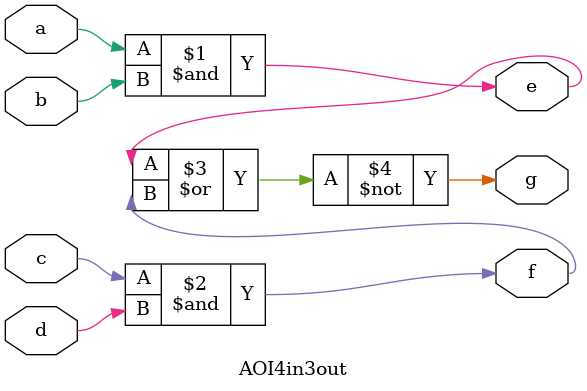
<source format=v>
`timescale 1ns / 1ps


module AOI4in3out(
input a, b, c, d,
output e, f, g

    );
    
    assign e=a&b, f = c&d, g = ~(e|f);
    
endmodule

</source>
